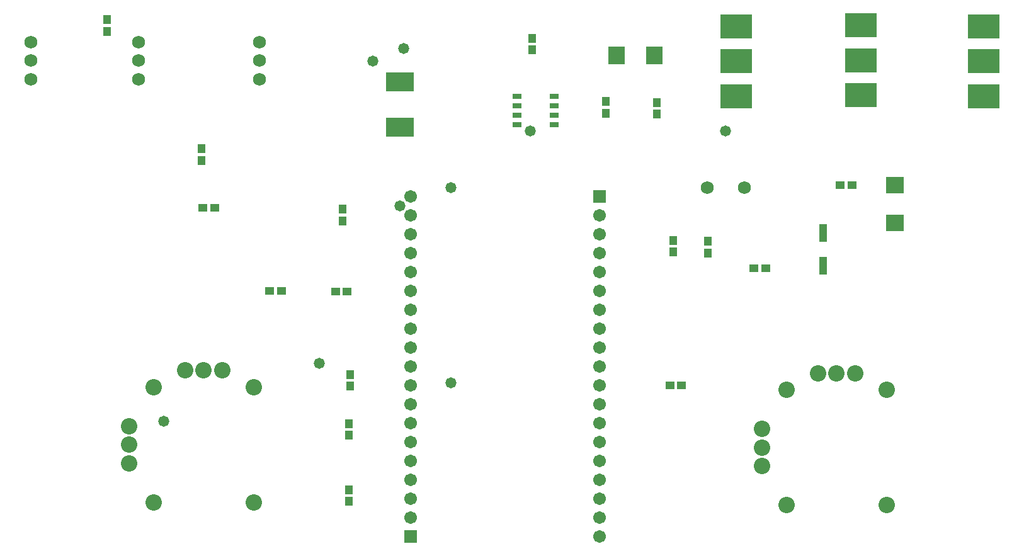
<source format=gts>
G04*
G04 #@! TF.GenerationSoftware,Altium Limited,Altium Designer,21.4.1 (30)*
G04*
G04 Layer_Color=8388736*
%FSLAX25Y25*%
%MOIN*%
G70*
G04*
G04 #@! TF.SameCoordinates,E3ABAEE7-5D4E-4445-B66A-D27F58F8AFC5*
G04*
G04*
G04 #@! TF.FilePolarity,Negative*
G04*
G01*
G75*
%ADD18R,0.03950X0.04599*%
%ADD19R,0.08792X0.09776*%
%ADD20R,0.09776X0.08792*%
%ADD21R,0.05131X0.02769*%
%ADD22R,0.04599X0.03950*%
%ADD23R,0.14580X0.10052*%
%ADD24R,0.03950X0.09461*%
%ADD25R,0.06706X0.06706*%
%ADD26C,0.06706*%
%ADD27C,0.08674*%
%ADD28C,0.06800*%
%ADD29R,0.16548X0.12611*%
%ADD30C,0.05800*%
D18*
X239000Y364000D02*
D03*
Y370299D02*
D03*
X317000Y189799D02*
D03*
Y183500D02*
D03*
X414000Y428799D02*
D03*
Y422500D02*
D03*
X453000Y389000D02*
D03*
Y395299D02*
D03*
X480000Y388500D02*
D03*
Y394799D02*
D03*
X189000Y438500D02*
D03*
Y432201D02*
D03*
X317500Y244500D02*
D03*
Y250799D02*
D03*
X507000Y321299D02*
D03*
Y315000D02*
D03*
X317000Y218500D02*
D03*
Y224799D02*
D03*
X313500Y338299D02*
D03*
Y332000D02*
D03*
X488500Y321799D02*
D03*
Y315500D02*
D03*
D19*
X478500Y419500D02*
D03*
X458500D02*
D03*
D20*
X606000Y351000D02*
D03*
Y331000D02*
D03*
D21*
X405815Y398000D02*
D03*
Y393000D02*
D03*
Y388000D02*
D03*
Y383000D02*
D03*
X425500Y398000D02*
D03*
Y383000D02*
D03*
Y388000D02*
D03*
Y393000D02*
D03*
D22*
X239500Y339000D02*
D03*
X245799D02*
D03*
X577000Y351000D02*
D03*
X583299D02*
D03*
X537500Y307000D02*
D03*
X531201D02*
D03*
X316000Y294500D02*
D03*
X309701D02*
D03*
X275000Y295000D02*
D03*
X281299D02*
D03*
X493000Y245000D02*
D03*
X486701D02*
D03*
D23*
X344000Y381681D02*
D03*
Y405500D02*
D03*
D24*
X568000Y308177D02*
D03*
Y325500D02*
D03*
D25*
X349500Y165000D02*
D03*
X449500Y345000D02*
D03*
D26*
X349500Y175000D02*
D03*
Y185000D02*
D03*
Y195000D02*
D03*
Y205000D02*
D03*
Y215000D02*
D03*
Y225000D02*
D03*
Y235000D02*
D03*
Y245000D02*
D03*
Y255000D02*
D03*
Y265000D02*
D03*
Y275000D02*
D03*
Y285000D02*
D03*
Y295000D02*
D03*
Y305000D02*
D03*
Y315000D02*
D03*
Y325000D02*
D03*
Y335000D02*
D03*
Y345000D02*
D03*
X449500Y335000D02*
D03*
Y325000D02*
D03*
Y315000D02*
D03*
Y305000D02*
D03*
Y295000D02*
D03*
Y285000D02*
D03*
Y275000D02*
D03*
Y265000D02*
D03*
Y255000D02*
D03*
Y245000D02*
D03*
Y235000D02*
D03*
Y225000D02*
D03*
Y215000D02*
D03*
Y205000D02*
D03*
Y195000D02*
D03*
Y185000D02*
D03*
Y175000D02*
D03*
Y165000D02*
D03*
D27*
X200630Y213500D02*
D03*
Y223343D02*
D03*
Y203657D02*
D03*
X240000Y252870D02*
D03*
X230157D02*
D03*
X249843D02*
D03*
X213425Y244012D02*
D03*
X266575D02*
D03*
X213425Y182988D02*
D03*
X266575D02*
D03*
X535630Y212000D02*
D03*
Y221843D02*
D03*
Y202157D02*
D03*
X575000Y251370D02*
D03*
X565157D02*
D03*
X584843D02*
D03*
X548425Y242512D02*
D03*
X601575D02*
D03*
X548425Y181488D02*
D03*
X601575D02*
D03*
D28*
X526185Y349500D02*
D03*
X506500D02*
D03*
X205500Y426685D02*
D03*
Y416843D02*
D03*
Y407000D02*
D03*
X148500Y426685D02*
D03*
Y416843D02*
D03*
Y407000D02*
D03*
X269500Y426685D02*
D03*
Y416843D02*
D03*
Y407000D02*
D03*
D29*
X522000Y398085D02*
D03*
Y416589D02*
D03*
Y435093D02*
D03*
X588000Y435600D02*
D03*
Y417096D02*
D03*
Y398593D02*
D03*
X653000Y398085D02*
D03*
Y416589D02*
D03*
Y435093D02*
D03*
D30*
X345900Y423400D02*
D03*
X218900Y225900D02*
D03*
X301300Y256700D02*
D03*
X370800Y246300D02*
D03*
Y349700D02*
D03*
X329500Y416500D02*
D03*
X344000Y340000D02*
D03*
X412800Y379700D02*
D03*
X516200D02*
D03*
M02*

</source>
